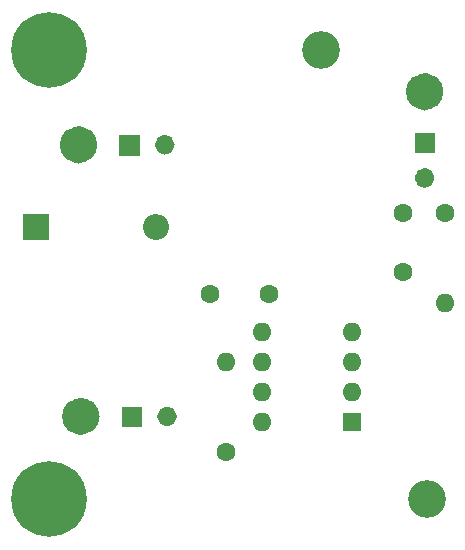
<source format=gbs>
%TF.GenerationSoftware,KiCad,Pcbnew,8.0.0-8.0.0-1~ubuntu22.04.1*%
%TF.CreationDate,2024-03-16T22:32:17-06:00*%
%TF.ProjectId,Isolated_Current_Loop_Monitor,49736f6c-6174-4656-945f-43757272656e,rev?*%
%TF.SameCoordinates,Original*%
%TF.FileFunction,Soldermask,Bot*%
%TF.FilePolarity,Negative*%
%FSLAX46Y46*%
G04 Gerber Fmt 4.6, Leading zero omitted, Abs format (unit mm)*
G04 Created by KiCad (PCBNEW 8.0.0-8.0.0-1~ubuntu22.04.1) date 2024-03-16 22:32:17*
%MOMM*%
%LPD*%
G01*
G04 APERTURE LIST*
%ADD10C,1.576200*%
%ADD11C,0.836200*%
%ADD12C,0.010000*%
%ADD13C,1.600000*%
%ADD14R,1.600000X1.600000*%
%ADD15O,1.600000X1.600000*%
%ADD16C,3.000000*%
%ADD17C,3.200000*%
%ADD18R,2.200000X2.200000*%
%ADD19O,2.200000X2.200000*%
%ADD20C,0.800000*%
%ADD21C,6.400000*%
G04 APERTURE END LIST*
D10*
%TO.C,J1*%
X120298100Y-86000000D02*
G75*
G02*
X118721900Y-86000000I-788100J0D01*
G01*
X118721900Y-86000000D02*
G75*
G02*
X120298100Y-86000000I788100J0D01*
G01*
D11*
X127228100Y-86000000D02*
G75*
G02*
X126391900Y-86000000I-418100J0D01*
G01*
X126391900Y-86000000D02*
G75*
G02*
X127228100Y-86000000I418100J0D01*
G01*
D12*
X124646200Y-86836200D02*
X122973800Y-86836200D01*
X122973800Y-85163800D01*
X124646200Y-85163800D01*
X124646200Y-86836200D01*
G36*
X124646200Y-86836200D02*
G01*
X122973800Y-86836200D01*
X122973800Y-85163800D01*
X124646200Y-85163800D01*
X124646200Y-86836200D01*
G37*
D10*
%TO.C,J3*%
X120488100Y-109000000D02*
G75*
G02*
X118911900Y-109000000I-788100J0D01*
G01*
X118911900Y-109000000D02*
G75*
G02*
X120488100Y-109000000I788100J0D01*
G01*
D11*
X127418100Y-109000000D02*
G75*
G02*
X126581900Y-109000000I-418100J0D01*
G01*
X126581900Y-109000000D02*
G75*
G02*
X127418100Y-109000000I418100J0D01*
G01*
D12*
X124836200Y-109836200D02*
X123163800Y-109836200D01*
X123163800Y-108163800D01*
X124836200Y-108163800D01*
X124836200Y-109836200D01*
G36*
X124836200Y-109836200D02*
G01*
X123163800Y-109836200D01*
X123163800Y-108163800D01*
X124836200Y-108163800D01*
X124836200Y-109836200D01*
G37*
D10*
%TO.C,J2*%
X149598100Y-81510000D02*
G75*
G02*
X148021900Y-81510000I-788100J0D01*
G01*
X148021900Y-81510000D02*
G75*
G02*
X149598100Y-81510000I788100J0D01*
G01*
D11*
X149228100Y-88810000D02*
G75*
G02*
X148391900Y-88810000I-418100J0D01*
G01*
X148391900Y-88810000D02*
G75*
G02*
X149228100Y-88810000I418100J0D01*
G01*
D12*
X149646200Y-86646200D02*
X147973800Y-86646200D01*
X147973800Y-84973800D01*
X149646200Y-84973800D01*
X149646200Y-86646200D01*
G36*
X149646200Y-86646200D02*
G01*
X147973800Y-86646200D01*
X147973800Y-84973800D01*
X149646200Y-84973800D01*
X149646200Y-86646200D01*
G37*
%TD*%
D13*
%TO.C,C2*%
X135600000Y-98600000D03*
X130600000Y-98600000D03*
%TD*%
D14*
%TO.C,U1*%
X142700000Y-109500000D03*
D15*
X142700000Y-106960000D03*
X142700000Y-104420000D03*
X142700000Y-101880000D03*
X135080000Y-101880000D03*
X135080000Y-104420000D03*
X135080000Y-106960000D03*
X135080000Y-109500000D03*
%TD*%
D13*
%TO.C,C1*%
X147000000Y-91800000D03*
X147000000Y-96800000D03*
%TD*%
D16*
%TO.C,J1*%
X119510000Y-86000000D03*
%TD*%
%TO.C,J3*%
X119700000Y-109000000D03*
%TD*%
D17*
%TO.C,H4*%
X149000000Y-116000000D03*
%TD*%
%TO.C,H3*%
X140000000Y-78000000D03*
%TD*%
D18*
%TO.C,D2*%
X115920000Y-93000000D03*
D19*
X126080000Y-93000000D03*
%TD*%
D16*
%TO.C,J2*%
X148810000Y-81510000D03*
%TD*%
D20*
%TO.C,H2*%
X114600000Y-116000000D03*
X115302944Y-114302944D03*
X115302944Y-117697056D03*
X117000000Y-113600000D03*
D21*
X117000000Y-116000000D03*
D20*
X117000000Y-118400000D03*
X118697056Y-114302944D03*
X118697056Y-117697056D03*
X119400000Y-116000000D03*
%TD*%
D13*
%TO.C,R2*%
X132000000Y-112020000D03*
D15*
X132000000Y-104400000D03*
%TD*%
D20*
%TO.C,H1*%
X114600000Y-78000000D03*
X115302944Y-76302944D03*
X115302944Y-79697056D03*
X117000000Y-75600000D03*
D21*
X117000000Y-78000000D03*
D20*
X117000000Y-80400000D03*
X118697056Y-76302944D03*
X118697056Y-79697056D03*
X119400000Y-78000000D03*
%TD*%
D13*
%TO.C,R1*%
X150500000Y-91790000D03*
D15*
X150500000Y-99410000D03*
%TD*%
M02*

</source>
